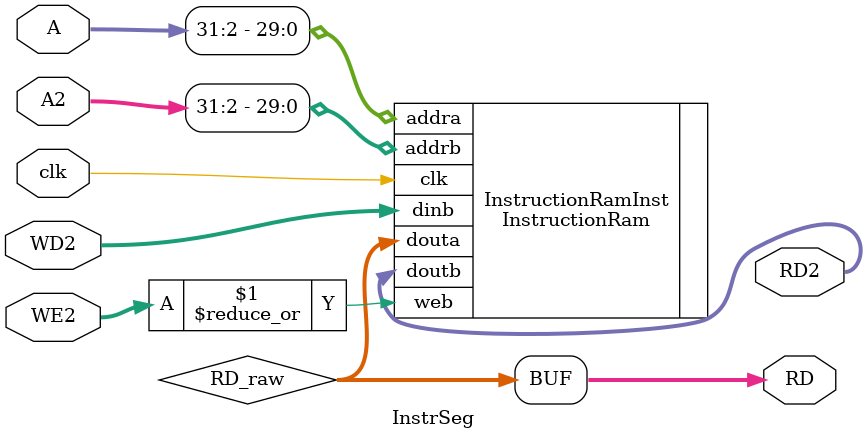
<source format=v>
`timescale 1ns / 1ps
module InstrSeg(
    input  wire clk,
    //Instrution Memory Access
    input  wire [31:0] A,
    output wire [31:0] RD,
    //Instruction Memory Debug
    input  wire [31:0] A2,
    input  wire [31:0] WD2,
    input  wire [ 3:0] WE2,
    output wire [31:0] RD2
    //
);     
    wire [31:0] RD_raw;
    InstructionRam InstructionRamInst (
         .clk    (clk),                        
         .addra  (A[31:2]),                        
         .douta  (RD_raw),
         .web    (|WE2),
         .addrb  (A2[31:2]),
         .dinb   (WD2),
         .doutb  (RD2)
     );
    // Add clear and stall support
    // if chip not enabled, output output last read result
    // else if chip clear, output 0
    // else output values from bram
  
    assign RD =  RD_raw;

endmodule


//????
    //InstrSeg??????????Bram?????????????InstructionRam?
    //????????block memory???????????xilinx?bram ip???

//????  
    //????????????????????
    //InstructionRam InstructionRamInst (
    //     .clk    (),                        
    //     .addra  (),                        
    //     .douta  ( RD_raw     ),
    //     .web    ( |WE2       ),
    //     .addrb  ( A2[31:2]   ),
    //     .dinb   ( WD2        ),
    //     .doutb  ( RD2        )
    // );
//????
    //输入到DataRam的addra是字地址，一个字32bit
</source>
